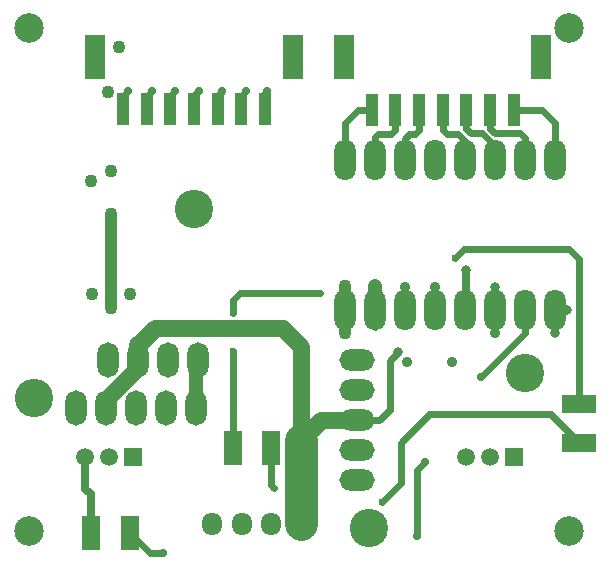
<source format=gbr>
G04 #@! TF.GenerationSoftware,KiCad,Pcbnew,(5.1.8)-1*
G04 #@! TF.CreationDate,2021-03-01T12:43:21-08:00*
G04 #@! TF.ProjectId,UAS,5541532e-6b69-4636-9164-5f7063625858,1*
G04 #@! TF.SameCoordinates,Original*
G04 #@! TF.FileFunction,Copper,L1,Top*
G04 #@! TF.FilePolarity,Positive*
%FSLAX46Y46*%
G04 Gerber Fmt 4.6, Leading zero omitted, Abs format (unit mm)*
G04 Created by KiCad (PCBNEW (5.1.8)-1) date 2021-03-01 12:43:21*
%MOMM*%
%LPD*%
G01*
G04 APERTURE LIST*
G04 #@! TA.AperFunction,ComponentPad*
%ADD10R,1.500000X1.500000*%
G04 #@! TD*
G04 #@! TA.AperFunction,ComponentPad*
%ADD11C,1.500000*%
G04 #@! TD*
G04 #@! TA.AperFunction,ComponentPad*
%ADD12C,3.250000*%
G04 #@! TD*
G04 #@! TA.AperFunction,ComponentPad*
%ADD13O,3.000000X1.800000*%
G04 #@! TD*
G04 #@! TA.AperFunction,SMDPad,CuDef*
%ADD14R,3.000000X1.500000*%
G04 #@! TD*
G04 #@! TA.AperFunction,SMDPad,CuDef*
%ADD15R,1.500000X3.000000*%
G04 #@! TD*
G04 #@! TA.AperFunction,SMDPad,CuDef*
%ADD16R,1.000000X2.700000*%
G04 #@! TD*
G04 #@! TA.AperFunction,SMDPad,CuDef*
%ADD17R,1.800000X3.800000*%
G04 #@! TD*
G04 #@! TA.AperFunction,SMDPad,CuDef*
%ADD18O,1.800000X3.500000*%
G04 #@! TD*
G04 #@! TA.AperFunction,ComponentPad*
%ADD19O,1.800000X3.000000*%
G04 #@! TD*
G04 #@! TA.AperFunction,ComponentPad*
%ADD20O,1.700000X1.950000*%
G04 #@! TD*
G04 #@! TA.AperFunction,ViaPad*
%ADD21C,2.500000*%
G04 #@! TD*
G04 #@! TA.AperFunction,ViaPad*
%ADD22C,0.900000*%
G04 #@! TD*
G04 #@! TA.AperFunction,ViaPad*
%ADD23C,0.800000*%
G04 #@! TD*
G04 #@! TA.AperFunction,ViaPad*
%ADD24C,0.700000*%
G04 #@! TD*
G04 #@! TA.AperFunction,ViaPad*
%ADD25C,1.100000*%
G04 #@! TD*
G04 #@! TA.AperFunction,ViaPad*
%ADD26C,0.600000*%
G04 #@! TD*
G04 #@! TA.AperFunction,Conductor*
%ADD27C,0.700000*%
G04 #@! TD*
G04 #@! TA.AperFunction,Conductor*
%ADD28C,0.600000*%
G04 #@! TD*
G04 #@! TA.AperFunction,Conductor*
%ADD29C,1.000000*%
G04 #@! TD*
G04 #@! TA.AperFunction,Conductor*
%ADD30C,1.200000*%
G04 #@! TD*
G04 #@! TA.AperFunction,Conductor*
%ADD31C,0.400000*%
G04 #@! TD*
G04 #@! TA.AperFunction,Conductor*
%ADD32C,1.400000*%
G04 #@! TD*
G04 #@! TA.AperFunction,Conductor*
%ADD33C,1.500000*%
G04 #@! TD*
G04 #@! TA.AperFunction,Conductor*
%ADD34C,2.800000*%
G04 #@! TD*
G04 APERTURE END LIST*
D10*
X161000000Y-112350000D03*
D11*
X159000000Y-112350000D03*
X157000000Y-112350000D03*
D10*
X128750000Y-112350000D03*
D11*
X126750000Y-112350000D03*
X124750000Y-112350000D03*
D12*
X148800000Y-118360000D03*
X162000000Y-105160000D03*
D13*
X147780000Y-114290000D03*
X147780000Y-111750000D03*
X147780000Y-109210000D03*
X147780000Y-106670000D03*
X147780000Y-104130000D03*
D14*
X166550000Y-111100000D03*
D15*
X140500000Y-111550000D03*
D14*
X166550000Y-107850000D03*
D15*
X137250000Y-111550000D03*
D16*
X133950000Y-82850000D03*
X131950000Y-82850000D03*
X135950000Y-82850000D03*
X137950000Y-82850000D03*
X129950000Y-82850000D03*
X127950000Y-82850000D03*
X139950000Y-82850000D03*
D17*
X142300000Y-78400000D03*
X125600000Y-78400000D03*
D18*
X164470000Y-87150000D03*
X161930000Y-87150000D03*
X159390000Y-87150000D03*
X156850000Y-87150000D03*
X154310000Y-87150000D03*
X151770000Y-87150000D03*
X149230000Y-87150000D03*
X146690000Y-87150000D03*
X164470000Y-99850000D03*
X161930000Y-99850000D03*
X159390000Y-99850000D03*
X156850000Y-99850000D03*
X154310000Y-99850000D03*
X151770000Y-99850000D03*
X149230000Y-99850000D03*
X146690000Y-99850000D03*
D19*
X134310000Y-104080000D03*
X131770000Y-104080000D03*
X129230000Y-104080000D03*
X126690000Y-104080000D03*
D15*
X128500000Y-118750000D03*
X125210000Y-118760000D03*
D16*
X155000000Y-82900000D03*
X153000000Y-82900000D03*
X157000000Y-82900000D03*
X159000000Y-82900000D03*
X151000000Y-82900000D03*
X149000000Y-82900000D03*
X161000000Y-82900000D03*
D17*
X163350000Y-78450000D03*
X146650000Y-78450000D03*
D20*
X135500000Y-118000000D03*
X138000000Y-118000000D03*
X140500000Y-118000000D03*
G04 #@! TA.AperFunction,ComponentPad*
G36*
G01*
X143850000Y-117275000D02*
X143850000Y-118725000D01*
G75*
G02*
X143600000Y-118975000I-250000J0D01*
G01*
X142400000Y-118975000D01*
G75*
G02*
X142150000Y-118725000I0J250000D01*
G01*
X142150000Y-117275000D01*
G75*
G02*
X142400000Y-117025000I250000J0D01*
G01*
X143600000Y-117025000D01*
G75*
G02*
X143850000Y-117275000I0J-250000D01*
G01*
G37*
G04 #@! TD.AperFunction*
D12*
X120430000Y-107300000D03*
X133930000Y-91300000D03*
D19*
X134120000Y-108140000D03*
X131580000Y-108140000D03*
X129040000Y-108140000D03*
X126500000Y-108140000D03*
X123960000Y-108140000D03*
D21*
X120000000Y-118550000D03*
X120000000Y-76000000D03*
X165725000Y-76000000D03*
X165720000Y-118540000D03*
D22*
X151765000Y-97891600D03*
X154305000Y-97891600D03*
D23*
X157000000Y-96500000D03*
D22*
X159385000Y-101803200D03*
D23*
X159400000Y-97900000D03*
D24*
X134340600Y-81305400D03*
X132359400Y-81330800D03*
X136347200Y-81330800D03*
X138328400Y-81330800D03*
X130352800Y-81330800D03*
X128346200Y-81330800D03*
X140131800Y-81343500D03*
X158250000Y-105500000D03*
D25*
X125210000Y-118760000D03*
D24*
X131300000Y-120457999D03*
X152800000Y-119000000D03*
D25*
X128500000Y-118750000D03*
D24*
X153500000Y-112750000D03*
D22*
X152000000Y-104250000D03*
D25*
X146700000Y-101800000D03*
X146700000Y-97800000D03*
X125200000Y-88980000D03*
X126900000Y-88100000D03*
X128500000Y-98500000D03*
X125300000Y-98480000D03*
X126669800Y-81381600D03*
D23*
X165500000Y-99850000D03*
D25*
X127550000Y-77600000D03*
D22*
X155750000Y-104250000D03*
D23*
X164500000Y-101800000D03*
D25*
X126920000Y-99730000D03*
X126930000Y-91740000D03*
X149225000Y-97815400D03*
D23*
X151206200Y-103460000D03*
D26*
X137250000Y-103350000D03*
X137250000Y-100150000D03*
X144600000Y-98450000D03*
X156000000Y-95500000D03*
D25*
X166550000Y-107850000D03*
X137250000Y-111550000D03*
X140500000Y-111500000D03*
D26*
X140750000Y-114950000D03*
X149850000Y-116100000D03*
D25*
X166550000Y-111100000D03*
D27*
X151770000Y-97896600D02*
X151765000Y-97891600D01*
X151770000Y-99850000D02*
X151770000Y-97896600D01*
X154310000Y-97896600D02*
X154305000Y-97891600D01*
X154310000Y-99850000D02*
X154310000Y-97896600D01*
X157000000Y-96500000D02*
X157000000Y-99700000D01*
X159385000Y-101803200D02*
X159385000Y-99855000D01*
X159400000Y-101788200D02*
X159385000Y-101803200D01*
X159400000Y-97900000D02*
X159400000Y-101788200D01*
D28*
X133950000Y-81696000D02*
X134340600Y-81305400D01*
X133950000Y-82850000D02*
X133950000Y-81696000D01*
X131950000Y-81740200D02*
X132359400Y-81330800D01*
X131950000Y-82850000D02*
X131950000Y-81740200D01*
X135950000Y-81728000D02*
X136347200Y-81330800D01*
X135950000Y-82850000D02*
X135950000Y-81728000D01*
X137950000Y-81709200D02*
X138328400Y-81330800D01*
X137950000Y-82850000D02*
X137950000Y-81709200D01*
X129950000Y-81733600D02*
X130352800Y-81330800D01*
X129950000Y-82850000D02*
X129950000Y-81733600D01*
X127950000Y-81727000D02*
X128346200Y-81330800D01*
X127950000Y-82850000D02*
X127950000Y-81727000D01*
X139950000Y-81525300D02*
X140131800Y-81343500D01*
X139950000Y-82850000D02*
X139950000Y-81525300D01*
X161930000Y-101820000D02*
X161930000Y-99850000D01*
X158250000Y-105500000D02*
X161930000Y-101820000D01*
X163367200Y-82900000D02*
X161000000Y-82900000D01*
X164470000Y-84002800D02*
X163367200Y-82900000D01*
X164470000Y-87150000D02*
X164470000Y-84002800D01*
X162430000Y-87150000D02*
X162430000Y-86910000D01*
X162366675Y-87150000D02*
X162430000Y-87150000D01*
X161930000Y-87150000D02*
X161930000Y-85298200D01*
X161930000Y-85298200D02*
X161544000Y-84912200D01*
X161544000Y-84912200D02*
X159397700Y-84912200D01*
X159000000Y-84514500D02*
X159397700Y-84912200D01*
X159000000Y-82900000D02*
X159000000Y-84514500D01*
X159890000Y-86890000D02*
X159890000Y-87150000D01*
X159390000Y-87150000D02*
X159390000Y-86034800D01*
X159390000Y-87150000D02*
X159390000Y-85996700D01*
X159390000Y-85996700D02*
X158305500Y-84912200D01*
X158305500Y-84912200D02*
X157391100Y-84912200D01*
X157000000Y-84521100D02*
X157391100Y-84912200D01*
X157000000Y-82900000D02*
X157000000Y-84521100D01*
X157350000Y-86350000D02*
X157350000Y-87150000D01*
X156850000Y-87150000D02*
X156850000Y-85526800D01*
X156850000Y-85526800D02*
X156286200Y-84963000D01*
X156286200Y-84963000D02*
X155333700Y-84963000D01*
X155000000Y-84629300D02*
X155333700Y-84963000D01*
X155000000Y-82900000D02*
X155000000Y-84629300D01*
X151770000Y-87150000D02*
X151770000Y-85351700D01*
X151770000Y-85351700D02*
X152120600Y-85001100D01*
X152120600Y-85001100D02*
X152628600Y-85001100D01*
X153000000Y-84629700D02*
X152628600Y-85001100D01*
X153000000Y-82900000D02*
X153000000Y-84629700D01*
X149230000Y-87150000D02*
X149230000Y-85250100D01*
X149230000Y-85250100D02*
X149504400Y-84975700D01*
X149504400Y-84975700D02*
X150660100Y-84975700D01*
X151000000Y-84635800D02*
X150660100Y-84975700D01*
X151000000Y-82900000D02*
X151000000Y-84635800D01*
X146690000Y-87150000D02*
X146690000Y-84060000D01*
X147850000Y-82900000D02*
X149000000Y-82900000D01*
X146690000Y-84060000D02*
X147850000Y-82900000D01*
X125250000Y-118720000D02*
X125210000Y-118760000D01*
D27*
X125210000Y-115481800D02*
X124739400Y-115011200D01*
X125210000Y-118760000D02*
X125210000Y-118760000D01*
X125210000Y-118760000D02*
X125210000Y-115481800D01*
D28*
X124739400Y-112760600D02*
X124750000Y-112750000D01*
X124739400Y-112360600D02*
X124750000Y-112350000D01*
D27*
X124739400Y-115011200D02*
X124739400Y-112360600D01*
D28*
X131300000Y-120457999D02*
X130207999Y-120457999D01*
X130207999Y-120457999D02*
X128500000Y-118750000D01*
X128500000Y-118750000D02*
X128500000Y-118750000D01*
X152800000Y-113450000D02*
X153500000Y-112750000D01*
X152800000Y-119000000D02*
X152800000Y-113450000D01*
X131770000Y-104870000D02*
X131770000Y-104080000D01*
X129040000Y-108140000D02*
X129040000Y-107600000D01*
D27*
X164470000Y-99850000D02*
X165500000Y-99850000D01*
D29*
X146700000Y-97800000D02*
X146700000Y-99840000D01*
X146700000Y-101800000D02*
X146700000Y-99860000D01*
D27*
X164470000Y-101770000D02*
X164500000Y-101800000D01*
X164470000Y-99850000D02*
X164470000Y-101770000D01*
D28*
X134120000Y-104270000D02*
X134310000Y-104080000D01*
D30*
X134120000Y-108140000D02*
X134120000Y-104270000D01*
D28*
X126920000Y-91750000D02*
X126930000Y-91740000D01*
D29*
X126920000Y-99730000D02*
X126920000Y-91750000D01*
D28*
X149666675Y-99850000D02*
X149730000Y-99850000D01*
X149230000Y-101270000D02*
X149230000Y-99850000D01*
D29*
X149230000Y-97820400D02*
X149225000Y-97815400D01*
D30*
X149225000Y-99845000D02*
X149230000Y-99850000D01*
X149225000Y-97815400D02*
X149225000Y-99845000D01*
D31*
X129230000Y-104710000D02*
X129230000Y-104080000D01*
D32*
X126500000Y-107440000D02*
X129230000Y-104710000D01*
D31*
X126500000Y-108140000D02*
X126500000Y-107440000D01*
D33*
X129230000Y-104080000D02*
X129230000Y-102810000D01*
D32*
X129230000Y-102810000D02*
X130620000Y-101420000D01*
X130620000Y-101420000D02*
X141460000Y-101420000D01*
X141460000Y-101420000D02*
X143000000Y-102960000D01*
X143000000Y-110870000D02*
X144660000Y-109210000D01*
X144660000Y-109210000D02*
X147780000Y-109210000D01*
D28*
X150522999Y-104143201D02*
X151206200Y-103460000D01*
X150522999Y-108303001D02*
X150522999Y-104143201D01*
X149616000Y-109210000D02*
X150522999Y-108303001D01*
X147780000Y-109210000D02*
X149616000Y-109210000D01*
D34*
X143000000Y-118000000D02*
X143000000Y-110870000D01*
D32*
X143000000Y-102960000D02*
X143000000Y-110870000D01*
D28*
X137250000Y-111550000D02*
X137250000Y-111550000D01*
X137250000Y-100150000D02*
X137250000Y-99350000D01*
X137250000Y-99350000D02*
X137250000Y-99000000D01*
X137800000Y-98450000D02*
X144600000Y-98450000D01*
X137250000Y-99000000D02*
X137800000Y-98450000D01*
X166550000Y-95550000D02*
X166550000Y-107850000D01*
X165700000Y-94700000D02*
X166550000Y-95550000D01*
X156800000Y-94700000D02*
X165700000Y-94700000D01*
X156000000Y-95500000D02*
X156800000Y-94700000D01*
X166550000Y-107850000D02*
X166550000Y-107850000D01*
X137250000Y-111550000D02*
X137250000Y-103350000D01*
X153850000Y-108700000D02*
X164150000Y-108700000D01*
X151450000Y-111100000D02*
X153850000Y-108700000D01*
X164150000Y-108700000D02*
X166550000Y-111100000D01*
X151450000Y-114500000D02*
X151450000Y-111100000D01*
X149850000Y-116100000D02*
X151450000Y-114500000D01*
X166550000Y-111100000D02*
X166550000Y-111100000D01*
X140500000Y-114700000D02*
X140750000Y-114950000D01*
X140500000Y-111500000D02*
X140500000Y-114700000D01*
M02*

</source>
